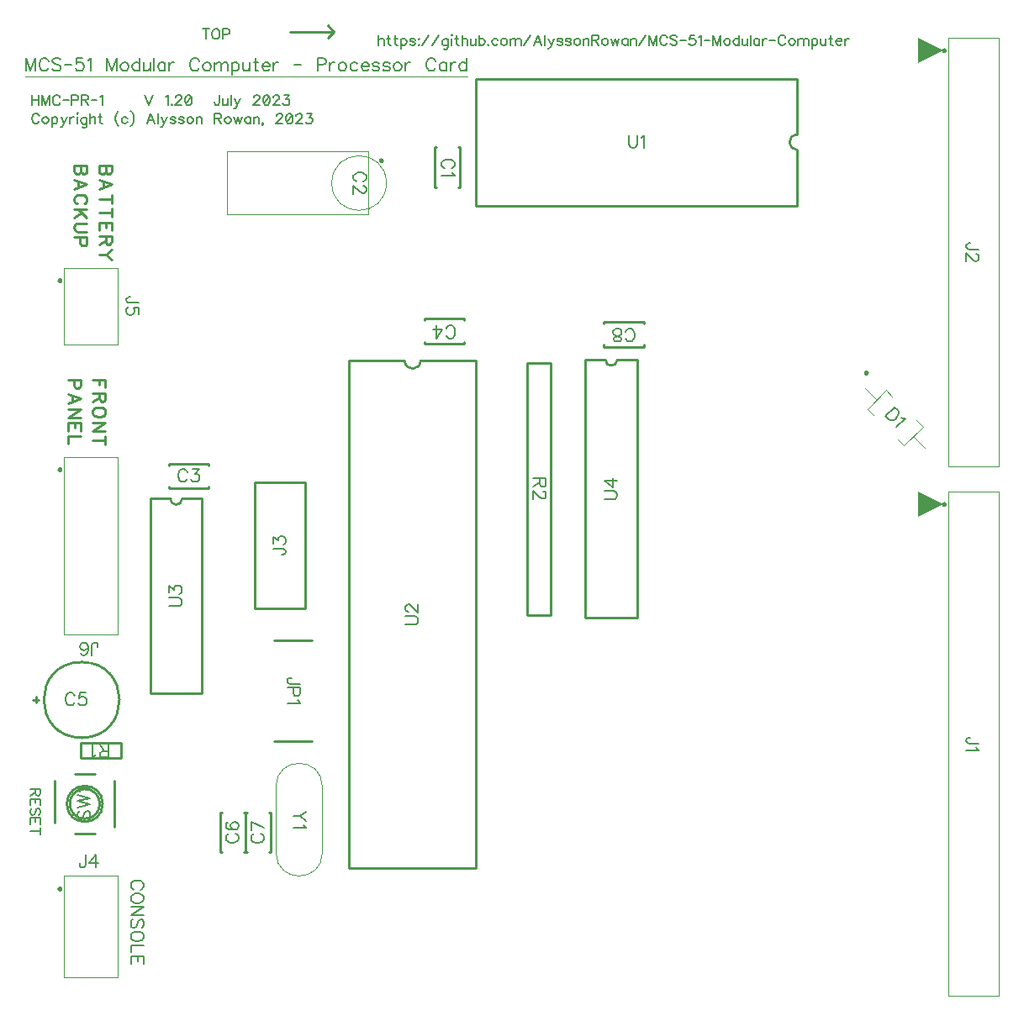
<source format=gbr>
G04 DipTrace 4.3.0.5*
G04 TopSilk.gbr*
%MOMM*%
G04 #@! TF.FileFunction,Legend,Top*
G04 #@! TF.Part,Single*
%ADD10C,0.25*%
%ADD13C,0.12*%
%ADD23C,0.1*%
%ADD84C,0.19608*%
%ADD85C,0.15686*%
%ADD86C,0.27778*%
%FSLAX35Y35*%
G04*
G71*
G90*
G75*
G01*
G04 TopSilk*
%LPD*%
X-5776505Y3724127D2*
D10*
X-5758505D1*
X-5544505Y3724133D2*
X-5526505D1*
X-5544495Y3324373D2*
X-5526495D1*
X-5776495Y3324367D2*
X-5758495D1*
X-5526505Y3724133D2*
X-5526495Y3324373D1*
X-5776505Y3724127D2*
X-5776495Y3324367D1*
X-6815500Y3365500D2*
D13*
G02X-6815500Y3365500I275000J0D01*
G01*
G36*
X-6315646Y3615366D2*
X-6312383Y3615152D1*
X-6309176Y3614514D1*
X-6306079Y3613463D1*
X-6303146Y3612017D1*
X-6300427Y3610200D1*
X-6297969Y3608044D1*
X-6295812Y3605585D1*
X-6293995Y3602866D1*
X-6292549Y3599933D1*
X-6291498Y3596837D1*
X-6290860Y3593630D1*
X-6290646Y3590366D1*
X-6290860Y3587103D1*
X-6291497Y3583896D1*
X-6292549Y3580799D1*
X-6293995Y3577866D1*
X-6295812Y3575147D1*
X-6297968Y3572689D1*
X-6300426Y3570532D1*
X-6303145Y3568715D1*
X-6306078Y3567269D1*
X-6309175Y3566218D1*
X-6312382Y3565580D1*
X-6315645Y3565366D1*
D1*
X-6318908Y3565580D1*
X-6322116Y3566217D1*
X-6325212Y3567269D1*
X-6328145Y3568715D1*
X-6330864Y3570532D1*
X-6333323Y3572688D1*
X-6335479Y3575146D1*
X-6337296Y3577865D1*
X-6338743Y3580798D1*
X-6339794Y3583895D1*
X-6340432Y3587102D1*
X-6340646Y3590365D1*
X-6340432Y3593628D1*
X-6339794Y3596836D1*
X-6338743Y3599932D1*
X-6337297Y3602865D1*
X-6335480Y3605584D1*
X-6333324Y3608043D1*
X-6330865Y3610199D1*
X-6328146Y3612016D1*
X-6325213Y3613463D1*
X-6322117Y3614514D1*
X-6318910Y3615152D1*
X-6315646Y3615366D1*
D1*
G37*
X-8454880Y287750D2*
D10*
Y305750D1*
Y519750D2*
Y537750D1*
X-8055120Y519750D2*
Y537750D1*
Y287750D2*
Y305750D1*
X-8454880Y537750D2*
X-8055120D1*
X-8454880Y287750D2*
X-8055120D1*
X-5483370Y1998250D2*
Y1980250D1*
Y1766250D2*
Y1748250D1*
X-5883130Y1766250D2*
Y1748250D1*
Y1998250D2*
Y1980250D1*
X-5483370Y1748250D2*
X-5883130D1*
X-5483370Y1998250D2*
X-5883130D1*
X-9794520Y-1871523D2*
Y-1811477D1*
X-9824483Y-1841500D2*
X-9764470D1*
X-9334520Y-2222500D2*
X-9334483D1*
G03X-9334483Y-1460500I0J381000D01*
G01*
X-9334520D1*
G03X-9334520Y-2222500I0J-381000D01*
G01*
X-7685500Y-3374880D2*
X-7703500D1*
X-7917500D2*
X-7935500D1*
X-7917500Y-2975120D2*
X-7935500D1*
X-7685500D2*
X-7703500D1*
X-7935500Y-3374880D2*
Y-2975120D1*
X-7685500Y-3374880D2*
Y-2975120D1*
X-7431500Y-3374880D2*
X-7449500D1*
X-7663500D2*
X-7681500D1*
X-7663500Y-2975120D2*
X-7681500D1*
X-7431500D2*
X-7449500D1*
X-7681500Y-3374880D2*
Y-2975120D1*
X-7431500Y-3374880D2*
Y-2975120D1*
X-3673620Y1966500D2*
Y1948500D1*
Y1734500D2*
Y1716500D1*
X-4073380Y1734500D2*
Y1716500D1*
Y1966500D2*
Y1948500D1*
X-3673620Y1716500D2*
X-4073380D1*
X-3673620Y1966500D2*
X-4073380D1*
X-1169870Y1217916D2*
D13*
X-1231388Y1279434D1*
X-1422307Y1088515D1*
X-1360789Y1026997D1*
X-925211Y973257D2*
X-863693Y911738D1*
X-1054612Y720819D1*
X-1116130Y782338D1*
X-1444935Y1302061D2*
X-1326848Y1183974D1*
X-959152Y816279D2*
X-841065Y698192D1*
G36*
X-1448470Y1471060D2*
X-1446011Y1473216D1*
X-1443292Y1475033D1*
X-1440360Y1476479D1*
X-1437263Y1477530D1*
X-1434056Y1478168D1*
X-1430792Y1478382D1*
X-1427529Y1478168D1*
X-1424322Y1477530D1*
X-1421225Y1476479D1*
X-1418292Y1475033D1*
X-1415573Y1473216D1*
X-1413115Y1471060D1*
X-1410959Y1468601D1*
X-1409142Y1465882D1*
X-1407695Y1462949D1*
X-1406644Y1459853D1*
X-1406006Y1456645D1*
X-1405792Y1453382D1*
X-1406006Y1450119D1*
X-1406644Y1446912D1*
X-1407695Y1443815D1*
X-1409142Y1440882D1*
X-1410959Y1438163D1*
X-1413115Y1435704D1*
D1*
X-1415573Y1433548D1*
X-1418292Y1431731D1*
X-1421225Y1430285D1*
X-1424322Y1429234D1*
X-1427529Y1428596D1*
X-1430792Y1428382D1*
X-1434056Y1428596D1*
X-1437263Y1429234D1*
X-1440360Y1430285D1*
X-1443292Y1431731D1*
X-1446011Y1433548D1*
X-1448470Y1435704D1*
X-1450626Y1438163D1*
X-1452443Y1440882D1*
X-1453889Y1443815D1*
X-1454941Y1446912D1*
X-1455579Y1450119D1*
X-1455792Y1453382D1*
X-1455579Y1456645D1*
X-1454941Y1459853D1*
X-1453889Y1462949D1*
X-1452443Y1465882D1*
X-1450626Y1468601D1*
X-1448470Y1471060D1*
D1*
G37*
X-95250Y254000D2*
D13*
X-603250D1*
Y-4826000D1*
X-95250D1*
Y254000D1*
G36*
X-646250Y152000D2*
X-642987Y151786D1*
X-639780Y151148D1*
X-636683Y150097D1*
X-633750Y148651D1*
X-631031Y146834D1*
X-628572Y144678D1*
X-626416Y142219D1*
X-624599Y139500D1*
X-623153Y136567D1*
X-622102Y133470D1*
X-621464Y130263D1*
X-621250Y127000D1*
X-621464Y123737D1*
X-622102Y120530D1*
X-623153Y117433D1*
X-624599Y114500D1*
X-626416Y111781D1*
X-628572Y109322D1*
X-631031Y107166D1*
X-633750Y105349D1*
X-636683Y103903D1*
X-639780Y102852D1*
X-642987Y102214D1*
X-646250Y102000D1*
D1*
X-649513Y102214D1*
X-652720Y102852D1*
X-655817Y103903D1*
X-658750Y105349D1*
X-661469Y107166D1*
X-663928Y109322D1*
X-666084Y111781D1*
X-667901Y114500D1*
X-669347Y117433D1*
X-670398Y120530D1*
X-671036Y123737D1*
X-671250Y127000D1*
X-671036Y130263D1*
X-670398Y133470D1*
X-669347Y136567D1*
X-667901Y139500D1*
X-666084Y142219D1*
X-663928Y144678D1*
X-661469Y146834D1*
X-658750Y148651D1*
X-655817Y150097D1*
X-652720Y151148D1*
X-649513Y151786D1*
X-646250Y152000D1*
D1*
G37*
X-95250Y4826000D2*
D13*
X-603250D1*
Y508000D1*
X-95250D1*
Y4826000D1*
G36*
X-646250Y4724000D2*
X-642987Y4723786D1*
X-639780Y4723148D1*
X-636683Y4722097D1*
X-633750Y4720651D1*
X-631031Y4718834D1*
X-628572Y4716678D1*
X-626416Y4714219D1*
X-624599Y4711500D1*
X-623153Y4708567D1*
X-622102Y4705470D1*
X-621464Y4702263D1*
X-621250Y4699000D1*
X-621464Y4695737D1*
X-622102Y4692530D1*
X-623153Y4689433D1*
X-624599Y4686500D1*
X-626416Y4683781D1*
X-628572Y4681322D1*
X-631031Y4679166D1*
X-633750Y4677349D1*
X-636683Y4675903D1*
X-639780Y4674852D1*
X-642987Y4674214D1*
X-646250Y4674000D1*
D1*
X-649513Y4674214D1*
X-652720Y4674852D1*
X-655817Y4675903D1*
X-658750Y4677349D1*
X-661469Y4679166D1*
X-663928Y4681322D1*
X-666084Y4683781D1*
X-667901Y4686500D1*
X-669347Y4689433D1*
X-670398Y4692530D1*
X-671036Y4695737D1*
X-671250Y4699000D1*
X-671036Y4702263D1*
X-670398Y4705470D1*
X-669347Y4708567D1*
X-667901Y4711500D1*
X-666084Y4714219D1*
X-663928Y4716678D1*
X-661469Y4718834D1*
X-658750Y4720651D1*
X-655817Y4722097D1*
X-652720Y4723148D1*
X-649513Y4723786D1*
X-646250Y4724000D1*
D1*
G37*
X-7588238Y-920755D2*
D10*
X-7080238Y-920745D1*
X-7080262Y349255D1*
X-7588262Y349245D1*
X-7588238Y-920755D1*
X-8969250Y-3614500D2*
D13*
X-9509250D1*
Y-4640500D1*
X-8969250D1*
Y-3614500D1*
G36*
X-9552250Y-3721500D2*
X-9548987Y-3721714D1*
X-9545780Y-3722352D1*
X-9542683Y-3723403D1*
X-9539750Y-3724849D1*
X-9537031Y-3726666D1*
X-9534572Y-3728822D1*
X-9532416Y-3731281D1*
X-9530599Y-3734000D1*
X-9529153Y-3736933D1*
X-9528102Y-3740030D1*
X-9527464Y-3743237D1*
X-9527250Y-3746500D1*
X-9527464Y-3749763D1*
X-9528102Y-3752970D1*
X-9529153Y-3756067D1*
X-9530599Y-3759000D1*
X-9532416Y-3761719D1*
X-9534572Y-3764178D1*
X-9537031Y-3766334D1*
X-9539750Y-3768151D1*
X-9542683Y-3769597D1*
X-9545780Y-3770648D1*
X-9548987Y-3771286D1*
X-9552250Y-3771500D1*
D1*
X-9555513Y-3771286D1*
X-9558720Y-3770648D1*
X-9561817Y-3769597D1*
X-9564750Y-3768151D1*
X-9567469Y-3766334D1*
X-9569928Y-3764178D1*
X-9572084Y-3761719D1*
X-9573901Y-3759000D1*
X-9575347Y-3756067D1*
X-9576398Y-3752970D1*
X-9577036Y-3749763D1*
X-9577250Y-3746500D1*
X-9577036Y-3743237D1*
X-9576398Y-3740030D1*
X-9575347Y-3736933D1*
X-9573901Y-3734000D1*
X-9572084Y-3731281D1*
X-9569928Y-3728822D1*
X-9567469Y-3726666D1*
X-9564750Y-3724849D1*
X-9561817Y-3723403D1*
X-9558720Y-3722352D1*
X-9555513Y-3721714D1*
X-9552250Y-3721500D1*
D1*
G37*
X-8969250Y608250D2*
D13*
X-9509250D1*
Y-1179750D1*
X-8969250D1*
Y608250D1*
G36*
X-9552250Y501250D2*
X-9548987Y501036D1*
X-9545780Y500398D1*
X-9542683Y499347D1*
X-9539750Y497901D1*
X-9537031Y496084D1*
X-9534572Y493928D1*
X-9532416Y491469D1*
X-9530599Y488750D1*
X-9529153Y485817D1*
X-9528102Y482720D1*
X-9527464Y479513D1*
X-9527250Y476250D1*
X-9527464Y472987D1*
X-9528102Y469780D1*
X-9529153Y466683D1*
X-9530599Y463750D1*
X-9532416Y461031D1*
X-9534572Y458572D1*
X-9537031Y456416D1*
X-9539750Y454599D1*
X-9542683Y453153D1*
X-9545780Y452102D1*
X-9548987Y451464D1*
X-9552250Y451250D1*
D1*
X-9555513Y451464D1*
X-9558720Y452102D1*
X-9561817Y453153D1*
X-9564750Y454599D1*
X-9567469Y456416D1*
X-9569928Y458572D1*
X-9572084Y461031D1*
X-9573901Y463750D1*
X-9575347Y466683D1*
X-9576398Y469780D1*
X-9577036Y472987D1*
X-9577250Y476250D1*
X-9577036Y479513D1*
X-9576398Y482720D1*
X-9575347Y485817D1*
X-9573901Y488750D1*
X-9572084Y491469D1*
X-9569928Y493928D1*
X-9567469Y496084D1*
X-9564750Y497901D1*
X-9561817Y499347D1*
X-9558720Y500398D1*
X-9555513Y501036D1*
X-9552250Y501250D1*
D1*
G37*
X-7016763Y-1238245D2*
D10*
X-7397763Y-1238255D1*
X-7016737Y-2254245D2*
X-7397737Y-2254255D1*
X-9347582Y-2273304D2*
X-9347578Y-2425704D1*
X-8940422Y-2273296D2*
X-9347582Y-2273304D1*
X-8940422Y-2273296D2*
X-8940418Y-2425696D1*
X-9347578Y-2425704D1*
X-4610750Y1555750D2*
X-4850750D1*
Y-984250D1*
X-4610750D1*
Y1555750D1*
X-9482740Y-2889250D2*
G02X-9482740Y-2889250I179990J0D01*
G01*
X-9002733Y-3119260D2*
Y-2659240D1*
X-9202683Y-2589213D2*
X-9402757D1*
X-9602767Y-2659240D2*
Y-3079243D1*
X-9402757Y-3189287D2*
X-9202683D1*
X-9302750Y-3039227D2*
X-9302687D1*
G03X-9302687Y-2739273I0J149977D01*
G01*
X-9302750D1*
G03X-9302750Y-3039227I0J-149977D01*
G01*
X-2126500Y3138280D2*
X-5366500D1*
X-2126500Y4418220D2*
X-5366500D1*
Y3138280D2*
Y4418220D1*
X-2126500D2*
Y3858267D1*
Y3138280D2*
Y3698233D1*
Y3858267D2*
G03X-2126500Y3698233I-10J-80017D01*
G01*
X-6640795Y1565511D2*
X-6640645Y-3534269D1*
X-5360705Y-3534231D1*
X-5360855Y1565549D2*
X-5360705Y-3534231D1*
X-6640795Y1575731D2*
X-6080842Y1575748D1*
X-5360855Y1575769D2*
X-5920808Y1575752D1*
X-6080842Y1575748D2*
G03X-5920808Y1575752I80017J303D01*
G01*
X-8121990Y186250D2*
Y-1773750D1*
X-8642010D2*
X-8121990D1*
X-8642010Y186250D2*
Y-1773750D1*
Y186250D2*
X-8442010D1*
X-8121990D2*
X-8321990D1*
X-8442010D2*
G03X-8321990Y186250I60010J33D01*
G01*
X-3740490Y1585750D2*
Y-1014250D1*
X-4260510D2*
X-3740490D1*
X-4260510Y1585750D2*
Y-1014250D1*
Y1585750D2*
X-4060510D1*
X-3740490D2*
X-3940490D1*
X-4060510D2*
G03X-3940490Y1585750I60010J210D01*
G01*
X-6910750Y-2713000D2*
D13*
Y-3383000D1*
X-7376750Y-2713000D2*
Y-3383000D1*
X-6910750Y-2713000D2*
G03X-7376750Y-2713000I-233000J0D01*
G01*
X-6910750Y-3383000D2*
G02X-7376750Y-3383000I-233000J0D01*
G01*
X-8969250Y2513250D2*
X-9509250D1*
Y1741250D1*
X-8969250D1*
Y2513250D1*
G36*
X-9552250Y2406250D2*
X-9548987Y2406036D1*
X-9545780Y2405398D1*
X-9542683Y2404347D1*
X-9539750Y2402901D1*
X-9537031Y2401084D1*
X-9534572Y2398928D1*
X-9532416Y2396469D1*
X-9530599Y2393750D1*
X-9529153Y2390817D1*
X-9528102Y2387720D1*
X-9527464Y2384513D1*
X-9527250Y2381250D1*
X-9527464Y2377987D1*
X-9528102Y2374780D1*
X-9529153Y2371683D1*
X-9530599Y2368750D1*
X-9532416Y2366031D1*
X-9534572Y2363572D1*
X-9537031Y2361416D1*
X-9539750Y2359599D1*
X-9542683Y2358153D1*
X-9545780Y2357102D1*
X-9548987Y2356464D1*
X-9552250Y2356250D1*
D1*
X-9555513Y2356464D1*
X-9558720Y2357102D1*
X-9561817Y2358153D1*
X-9564750Y2359599D1*
X-9567469Y2361416D1*
X-9569928Y2363572D1*
X-9572084Y2366031D1*
X-9573901Y2368750D1*
X-9575347Y2371683D1*
X-9576398Y2374780D1*
X-9577036Y2377987D1*
X-9577250Y2381250D1*
X-9577036Y2384513D1*
X-9576398Y2387720D1*
X-9575347Y2390817D1*
X-9573901Y2393750D1*
X-9572084Y2396469D1*
X-9569928Y2398928D1*
X-9567469Y2401084D1*
X-9564750Y2402901D1*
X-9561817Y2404347D1*
X-9558720Y2405398D1*
X-9555513Y2406036D1*
X-9552250Y2406250D1*
D1*
G37*
G36*
X-658620Y4699623D2*
X-912620Y4826623D1*
Y4572627D1*
D1*
X-658620Y4699623D1*
G37*
G36*
Y127623D2*
X-912620Y254623D1*
Y627D1*
D1*
X-658620Y127623D1*
G37*
X-7239000Y4889500D2*
D10*
X-6794500D1*
X-6858000Y4953000D1*
X-6794500Y4889500D2*
X-6858000Y4826000D1*
X-9906000Y4438187D2*
D23*
X-5449617D1*
X-7874000Y3683000D2*
X-6445250D1*
Y3048000D1*
X-7874000D1*
Y3683000D1*
X-8086128Y4918540D2*
D85*
Y4816452D1*
X-8120157Y4918540D2*
X-8052098D1*
X-7991526D2*
X-8001297Y4913711D1*
X-8010955Y4903940D1*
X-8015897Y4894281D1*
X-8020726Y4879681D1*
Y4855311D1*
X-8015897Y4840823D1*
X-8010955Y4831052D1*
X-8001297Y4821394D1*
X-7991526Y4816452D1*
X-7972097D1*
X-7962438Y4821394D1*
X-7952667Y4831052D1*
X-7947838Y4840823D1*
X-7943009Y4855311D1*
Y4879681D1*
X-7947838Y4894281D1*
X-7952667Y4903940D1*
X-7962438Y4913711D1*
X-7972097Y4918540D1*
X-7991526D1*
X-7911636Y4865081D2*
X-7867836D1*
X-7853349Y4869911D1*
X-7848407Y4874852D1*
X-7843578Y4884511D1*
Y4899111D1*
X-7848407Y4908769D1*
X-7853349Y4913711D1*
X-7867836Y4918540D1*
X-7911636D1*
Y4816452D1*
X-8741148Y-3752164D2*
D84*
X-8729075Y-3746127D1*
X-8716862Y-3733914D1*
X-8710825Y-3721840D1*
Y-3697554D1*
X-8716862Y-3685340D1*
X-8729075Y-3673267D1*
X-8741148Y-3667090D1*
X-8759398Y-3661054D1*
X-8789862D1*
X-8807971Y-3667090D1*
X-8820185Y-3673267D1*
X-8832258Y-3685340D1*
X-8838435Y-3697554D1*
Y-3721840D1*
X-8832258Y-3733914D1*
X-8820185Y-3746127D1*
X-8807971Y-3752164D1*
X-8710825Y-3827879D2*
X-8716862Y-3815666D1*
X-8729075Y-3803593D1*
X-8741148Y-3797416D1*
X-8759398Y-3791379D1*
X-8789862D1*
X-8807971Y-3797416D1*
X-8820185Y-3803593D1*
X-8832258Y-3815666D1*
X-8838435Y-3827879D1*
Y-3852166D1*
X-8832258Y-3864239D1*
X-8820185Y-3876452D1*
X-8807971Y-3882489D1*
X-8789862Y-3888525D1*
X-8759398D1*
X-8741148Y-3882489D1*
X-8729075Y-3876452D1*
X-8716862Y-3864239D1*
X-8710825Y-3852166D1*
Y-3827879D1*
Y-4012814D2*
X-8838435D1*
X-8710825Y-3927741D1*
X-8838435D1*
X-8729075Y-4137103D2*
X-8716862Y-4125030D1*
X-8710825Y-4106780D1*
Y-4082493D1*
X-8716862Y-4064243D1*
X-8729075Y-4052030D1*
X-8741148D1*
X-8753362Y-4058207D1*
X-8759398Y-4064243D1*
X-8765435Y-4076316D1*
X-8777648Y-4112816D1*
X-8783685Y-4125030D1*
X-8789862Y-4131066D1*
X-8801935Y-4137103D1*
X-8820185D1*
X-8832258Y-4125030D1*
X-8838435Y-4106780D1*
Y-4082493D1*
X-8832258Y-4064243D1*
X-8820185Y-4052030D1*
X-8710825Y-4212819D2*
X-8716862Y-4200605D1*
X-8729075Y-4188532D1*
X-8741148Y-4182355D1*
X-8759398Y-4176319D1*
X-8789862D1*
X-8807971Y-4182355D1*
X-8820185Y-4188532D1*
X-8832258Y-4200605D1*
X-8838435Y-4212819D1*
Y-4237105D1*
X-8832258Y-4249178D1*
X-8820185Y-4261392D1*
X-8807971Y-4267428D1*
X-8789862Y-4273465D1*
X-8759398D1*
X-8741148Y-4267428D1*
X-8729075Y-4261392D1*
X-8716862Y-4249178D1*
X-8710825Y-4237105D1*
Y-4212819D1*
Y-4312680D2*
X-8838435D1*
Y-4385540D1*
X-8710825Y-4503652D2*
Y-4424756D1*
X-8838435D1*
Y-4503652D1*
X-8771612Y-4424756D2*
Y-4473329D1*
X-9798589Y-2738343D2*
D85*
Y-2782031D1*
X-9793648Y-2796631D1*
X-9788819Y-2801572D1*
X-9779160Y-2806402D1*
X-9769389D1*
X-9759731Y-2801572D1*
X-9754789Y-2796631D1*
X-9749960Y-2782031D1*
Y-2738343D1*
X-9852048D1*
X-9798589Y-2772372D2*
X-9852048Y-2806402D1*
X-9749960Y-2900891D2*
Y-2837774D1*
X-9852048D1*
Y-2900891D1*
X-9798589Y-2837774D2*
Y-2876633D1*
X-9764560Y-3000322D2*
X-9754789Y-2990664D1*
X-9749960Y-2976064D1*
Y-2956634D1*
X-9754789Y-2942034D1*
X-9764560Y-2932264D1*
X-9774219D1*
X-9783989Y-2937205D1*
X-9788819Y-2942034D1*
X-9793648Y-2951693D1*
X-9803419Y-2980893D1*
X-9808248Y-2990664D1*
X-9813189Y-2995493D1*
X-9822848Y-3000322D1*
X-9837448D1*
X-9847106Y-2990664D1*
X-9852048Y-2976064D1*
Y-2956634D1*
X-9847106Y-2942034D1*
X-9837448Y-2932264D1*
X-9749960Y-3094812D2*
Y-3031695D1*
X-9852048D1*
Y-3094812D1*
X-9798589Y-3031695D2*
Y-3070553D1*
X-9749960Y-3160213D2*
X-9852048D1*
X-9749960Y-3126184D2*
Y-3194243D1*
X-9095910Y1304075D2*
D86*
Y1383111D1*
X-9223520D1*
X-9156697D2*
Y1334538D1*
Y1248519D2*
Y1193909D1*
X-9150520Y1175659D1*
X-9144483Y1169482D1*
X-9132410Y1163446D1*
X-9120197D1*
X-9108124Y1169482D1*
X-9101947Y1175659D1*
X-9095910Y1193909D1*
Y1248519D1*
X-9223520D1*
X-9156697Y1205982D2*
X-9223520Y1163446D1*
X-9095910Y1071390D2*
X-9101947Y1083604D1*
X-9114160Y1095677D1*
X-9126233Y1101854D1*
X-9144483Y1107890D1*
X-9174947D1*
X-9193056Y1101854D1*
X-9205270Y1095677D1*
X-9217343Y1083604D1*
X-9223520Y1071390D1*
Y1047104D1*
X-9217343Y1035031D1*
X-9205270Y1022817D1*
X-9193056Y1016781D1*
X-9174947Y1010744D1*
X-9144483D1*
X-9126233Y1016781D1*
X-9114160Y1022817D1*
X-9101947Y1035031D1*
X-9095910Y1047104D1*
Y1071390D1*
Y870116D2*
X-9223520D1*
X-9095910Y955189D1*
X-9223520D1*
X-9095910Y772024D2*
X-9223520D1*
X-9095910Y814560D2*
Y729487D1*
X-9411925Y1383111D2*
Y1328361D1*
X-9405889Y1310251D1*
X-9399712Y1304075D1*
X-9387639Y1298038D1*
X-9369389D1*
X-9357316Y1304075D1*
X-9351139Y1310251D1*
X-9345102Y1328361D1*
Y1383111D1*
X-9472712D1*
Y1145196D2*
X-9345102Y1193909D1*
X-9472712Y1242482D1*
X-9430175Y1224232D2*
Y1163446D1*
X-9345102Y1004567D2*
X-9472712D1*
X-9345102Y1089640D1*
X-9472712D1*
X-9345102Y870116D2*
Y949012D1*
X-9472712D1*
Y870116D1*
X-9405889Y949012D2*
Y900439D1*
X-9345102Y814560D2*
X-9472712D1*
Y741700D1*
X-9032410Y3542111D2*
X-9160020D1*
Y3487361D1*
X-9153843Y3469111D1*
X-9147806Y3463075D1*
X-9135733Y3457038D1*
X-9117483D1*
X-9105270Y3463075D1*
X-9099233Y3469111D1*
X-9093197Y3487361D1*
X-9087020Y3469111D1*
X-9080983Y3463075D1*
X-9068910Y3457038D1*
X-9056697D1*
X-9044624Y3463075D1*
X-9038447Y3469111D1*
X-9032410Y3487361D1*
Y3542111D1*
X-9093197D2*
Y3487361D1*
X-9160020Y3304196D2*
X-9032410Y3352909D1*
X-9160020Y3401482D1*
X-9117483Y3383232D2*
Y3322446D1*
X-9032410Y3206104D2*
X-9160020D1*
X-9032410Y3248640D2*
Y3163567D1*
Y3065475D2*
X-9160020D1*
X-9032410Y3108012D2*
Y3022939D1*
Y2888487D2*
Y2967383D1*
X-9160020D1*
Y2888487D1*
X-9093197Y2967383D2*
Y2918810D1*
Y2832931D2*
Y2778322D1*
X-9087020Y2760072D1*
X-9080983Y2753895D1*
X-9068910Y2747858D1*
X-9056697D1*
X-9044624Y2753895D1*
X-9038447Y2760072D1*
X-9032410Y2778322D1*
Y2832931D1*
X-9160020D1*
X-9093197Y2790395D2*
X-9160020Y2747858D1*
X-9032410Y2692303D2*
X-9093197Y2643730D1*
X-9160020D1*
X-9032410Y2595157D2*
X-9093197Y2643730D1*
X-9281602Y3542111D2*
X-9409212D1*
Y3487361D1*
X-9403035Y3469111D1*
X-9396998Y3463075D1*
X-9384925Y3457038D1*
X-9366675D1*
X-9354462Y3463075D1*
X-9348425Y3469111D1*
X-9342389Y3487361D1*
X-9336212Y3469111D1*
X-9330175Y3463075D1*
X-9318102Y3457038D1*
X-9305889D1*
X-9293816Y3463075D1*
X-9287639Y3469111D1*
X-9281602Y3487361D1*
Y3542111D1*
X-9342389D2*
Y3487361D1*
X-9409212Y3304196D2*
X-9281602Y3352909D1*
X-9409212Y3401482D1*
X-9366675Y3383232D2*
Y3322446D1*
X-9311925Y3157531D2*
X-9299852Y3163567D1*
X-9287639Y3175781D1*
X-9281602Y3187854D1*
Y3212140D1*
X-9287639Y3224354D1*
X-9299852Y3236427D1*
X-9311925Y3242604D1*
X-9330175Y3248640D1*
X-9360639D1*
X-9378748Y3242604D1*
X-9390962Y3236427D1*
X-9403035Y3224354D1*
X-9409212Y3212140D1*
Y3187854D1*
X-9403035Y3175781D1*
X-9390962Y3163567D1*
X-9378748Y3157531D1*
X-9281602Y3101975D2*
X-9409212D1*
X-9281602Y3016902D2*
X-9366675Y3101975D1*
X-9336212Y3071652D2*
X-9409212Y3016902D1*
X-9281602Y2961347D2*
X-9372712D1*
X-9390962Y2955310D1*
X-9403035Y2943097D1*
X-9409212Y2924847D1*
Y2912774D1*
X-9403035Y2894524D1*
X-9390962Y2882310D1*
X-9372712Y2876274D1*
X-9281602D1*
X-9348425Y2820718D2*
Y2765968D1*
X-9342389Y2747858D1*
X-9336212Y2741681D1*
X-9324139Y2735645D1*
X-9305889D1*
X-9293816Y2741681D1*
X-9287639Y2747858D1*
X-9281602Y2765968D1*
Y2820718D1*
X-9409212D1*
X-9799050Y4496565D2*
D84*
Y4624175D1*
X-9847623Y4496565D1*
X-9896196Y4624175D1*
Y4496565D1*
X-9668725Y4593852D2*
X-9674761Y4605925D1*
X-9686975Y4618138D1*
X-9699048Y4624175D1*
X-9723334D1*
X-9735548Y4618138D1*
X-9747621Y4605925D1*
X-9753798Y4593852D1*
X-9759834Y4575602D1*
Y4545138D1*
X-9753798Y4527029D1*
X-9747621Y4514815D1*
X-9735548Y4502742D1*
X-9723334Y4496565D1*
X-9699048D1*
X-9686975Y4502742D1*
X-9674761Y4514815D1*
X-9668725Y4527029D1*
X-9544436Y4605925D2*
X-9556509Y4618138D1*
X-9574759Y4624175D1*
X-9599045D1*
X-9617295Y4618138D1*
X-9629509Y4605925D1*
Y4593852D1*
X-9623332Y4581638D1*
X-9617295Y4575602D1*
X-9605222Y4569565D1*
X-9568722Y4557352D1*
X-9556509Y4551315D1*
X-9550472Y4545138D1*
X-9544436Y4533065D1*
Y4514815D1*
X-9556509Y4502742D1*
X-9574759Y4496565D1*
X-9599045D1*
X-9617295Y4502742D1*
X-9629509Y4514815D1*
X-9505220Y4560300D2*
X-9435028D1*
X-9322953Y4624035D2*
X-9383599D1*
X-9389635Y4569425D1*
X-9383599Y4575461D1*
X-9365349Y4581638D1*
X-9347239D1*
X-9328989Y4575461D1*
X-9316776Y4563388D1*
X-9310739Y4545138D1*
Y4533065D1*
X-9316776Y4514815D1*
X-9328989Y4502602D1*
X-9347239Y4496565D1*
X-9365349D1*
X-9383599Y4502602D1*
X-9389635Y4508779D1*
X-9395812Y4520852D1*
X-9271523Y4599748D2*
X-9259310Y4605925D1*
X-9241060Y4624035D1*
Y4496565D1*
X-8981252D2*
Y4624175D1*
X-9029825Y4496565D1*
X-9078398Y4624175D1*
Y4496565D1*
X-8911713Y4581638D2*
X-8923786Y4575602D1*
X-8935999Y4563388D1*
X-8942036Y4545138D1*
Y4533065D1*
X-8935999Y4514815D1*
X-8923786Y4502742D1*
X-8911713Y4496565D1*
X-8893463D1*
X-8881249Y4502742D1*
X-8869176Y4514815D1*
X-8862999Y4533065D1*
Y4545138D1*
X-8869176Y4563388D1*
X-8881249Y4575602D1*
X-8893463Y4581638D1*
X-8911713D1*
X-8750924Y4624175D2*
Y4496565D1*
Y4563388D2*
X-8762997Y4575602D1*
X-8775211Y4581638D1*
X-8793461D1*
X-8805534Y4575602D1*
X-8817747Y4563388D1*
X-8823784Y4545138D1*
Y4533065D1*
X-8817747Y4514815D1*
X-8805534Y4502742D1*
X-8793461Y4496565D1*
X-8775211D1*
X-8762997Y4502742D1*
X-8750924Y4514815D1*
X-8711708Y4581638D2*
Y4520852D1*
X-8705672Y4502742D1*
X-8693458Y4496565D1*
X-8675208D1*
X-8663135Y4502742D1*
X-8644885Y4520852D1*
Y4581638D2*
Y4496565D1*
X-8605670Y4624175D2*
Y4496565D1*
X-8493594Y4581638D2*
Y4496565D1*
Y4563388D2*
X-8505667Y4575602D1*
X-8517881Y4581638D1*
X-8535991D1*
X-8548204Y4575602D1*
X-8560277Y4563388D1*
X-8566454Y4545138D1*
Y4533065D1*
X-8560277Y4514815D1*
X-8548204Y4502742D1*
X-8535991Y4496565D1*
X-8517881D1*
X-8505667Y4502742D1*
X-8493594Y4514815D1*
X-8454379Y4581638D2*
Y4496565D1*
Y4545138D2*
X-8448202Y4563388D1*
X-8436129Y4575602D1*
X-8423915Y4581638D1*
X-8405665D1*
X-8151893Y4593852D2*
X-8157930Y4605925D1*
X-8170143Y4618138D1*
X-8182217Y4624175D1*
X-8206503D1*
X-8218717Y4618138D1*
X-8230790Y4605925D1*
X-8236967Y4593852D1*
X-8243003Y4575602D1*
Y4545138D1*
X-8236967Y4527029D1*
X-8230790Y4514815D1*
X-8218717Y4502742D1*
X-8206503Y4496565D1*
X-8182217D1*
X-8170143Y4502742D1*
X-8157930Y4514815D1*
X-8151893Y4527029D1*
X-8082355Y4581638D2*
X-8094428Y4575602D1*
X-8106641Y4563388D1*
X-8112678Y4545138D1*
Y4533065D1*
X-8106641Y4514815D1*
X-8094428Y4502742D1*
X-8082355Y4496565D1*
X-8064105D1*
X-8051891Y4502742D1*
X-8039818Y4514815D1*
X-8033641Y4533065D1*
Y4545138D1*
X-8039818Y4563388D1*
X-8051891Y4575602D1*
X-8064105Y4581638D1*
X-8082355D1*
X-7994426D2*
Y4496565D1*
Y4557352D2*
X-7976176Y4575602D1*
X-7963962Y4581638D1*
X-7945852D1*
X-7933639Y4575602D1*
X-7927602Y4557352D1*
Y4496565D1*
Y4557352D2*
X-7909352Y4575602D1*
X-7897139Y4581638D1*
X-7879029D1*
X-7866816Y4575602D1*
X-7860639Y4557352D1*
Y4496565D1*
X-7821423Y4581638D2*
Y4454029D1*
Y4563388D2*
X-7809210Y4575461D1*
X-7797137Y4581638D1*
X-7778887D1*
X-7766673Y4575461D1*
X-7754600Y4563388D1*
X-7748423Y4545138D1*
Y4532925D1*
X-7754600Y4514815D1*
X-7766673Y4502602D1*
X-7778887Y4496565D1*
X-7797137D1*
X-7809210Y4502602D1*
X-7821423Y4514815D1*
X-7709208Y4581638D2*
Y4520852D1*
X-7703171Y4502742D1*
X-7690958Y4496565D1*
X-7672708D1*
X-7660635Y4502742D1*
X-7642385Y4520852D1*
Y4581638D2*
Y4496565D1*
X-7584919Y4624175D2*
Y4520852D1*
X-7578882Y4502742D1*
X-7566669Y4496565D1*
X-7554596D1*
X-7603169Y4581638D2*
X-7560632D1*
X-7515380Y4545138D2*
X-7442521D1*
Y4557352D1*
X-7448557Y4569565D1*
X-7454594Y4575602D1*
X-7466807Y4581638D1*
X-7485057D1*
X-7497130Y4575602D1*
X-7509344Y4563388D1*
X-7515380Y4545138D1*
Y4533065D1*
X-7509344Y4514815D1*
X-7497130Y4502742D1*
X-7485057Y4496565D1*
X-7466807D1*
X-7454594Y4502742D1*
X-7442521Y4514815D1*
X-7403305Y4581638D2*
Y4496565D1*
Y4545138D2*
X-7397128Y4563388D1*
X-7385055Y4575602D1*
X-7372841Y4581638D1*
X-7354591D1*
X-7191929Y4560300D2*
X-7121737D1*
X-6959075Y4557352D2*
X-6904325D1*
X-6886215Y4563388D1*
X-6880038Y4569565D1*
X-6874002Y4581638D1*
Y4599888D1*
X-6880038Y4611961D1*
X-6886215Y4618138D1*
X-6904325Y4624175D1*
X-6959075D1*
Y4496565D1*
X-6834786Y4581638D2*
Y4496565D1*
Y4545138D2*
X-6828609Y4563388D1*
X-6816536Y4575602D1*
X-6804323Y4581638D1*
X-6786073D1*
X-6716534D2*
X-6728607Y4575602D1*
X-6740820Y4563388D1*
X-6746857Y4545138D1*
Y4533065D1*
X-6740820Y4514815D1*
X-6728607Y4502742D1*
X-6716534Y4496565D1*
X-6698284D1*
X-6686070Y4502742D1*
X-6673997Y4514815D1*
X-6667820Y4533065D1*
Y4545138D1*
X-6673997Y4563388D1*
X-6686070Y4575602D1*
X-6698284Y4581638D1*
X-6716534D1*
X-6555605Y4563388D2*
X-6567818Y4575602D1*
X-6580032Y4581638D1*
X-6598141D1*
X-6610355Y4575602D1*
X-6622428Y4563388D1*
X-6628605Y4545138D1*
Y4533065D1*
X-6622428Y4514815D1*
X-6610355Y4502742D1*
X-6598141Y4496565D1*
X-6580032D1*
X-6567818Y4502742D1*
X-6555605Y4514815D1*
X-6516389Y4545138D2*
X-6443529D1*
Y4557352D1*
X-6449566Y4569565D1*
X-6455602Y4575602D1*
X-6467816Y4581638D1*
X-6486066D1*
X-6498139Y4575602D1*
X-6510352Y4563388D1*
X-6516389Y4545138D1*
Y4533065D1*
X-6510352Y4514815D1*
X-6498139Y4502742D1*
X-6486066Y4496565D1*
X-6467816D1*
X-6455602Y4502742D1*
X-6443529Y4514815D1*
X-6337491Y4563388D2*
X-6343527Y4575602D1*
X-6361777Y4581638D1*
X-6380027D1*
X-6398277Y4575602D1*
X-6404314Y4563388D1*
X-6398277Y4551315D1*
X-6386064Y4545138D1*
X-6355741Y4539102D1*
X-6343527Y4533065D1*
X-6337491Y4520852D1*
Y4514815D1*
X-6343527Y4502742D1*
X-6361777Y4496565D1*
X-6380027D1*
X-6398277Y4502742D1*
X-6404314Y4514815D1*
X-6231452Y4563388D2*
X-6237488Y4575602D1*
X-6255738Y4581638D1*
X-6273988D1*
X-6292238Y4575602D1*
X-6298275Y4563388D1*
X-6292238Y4551315D1*
X-6280025Y4545138D1*
X-6249702Y4539102D1*
X-6237488Y4533065D1*
X-6231452Y4520852D1*
Y4514815D1*
X-6237488Y4502742D1*
X-6255738Y4496565D1*
X-6273988D1*
X-6292238Y4502742D1*
X-6298275Y4514815D1*
X-6161913Y4581638D2*
X-6173986Y4575602D1*
X-6186200Y4563388D1*
X-6192236Y4545138D1*
Y4533065D1*
X-6186200Y4514815D1*
X-6173986Y4502742D1*
X-6161913Y4496565D1*
X-6143663D1*
X-6131450Y4502742D1*
X-6119377Y4514815D1*
X-6113200Y4533065D1*
Y4545138D1*
X-6119377Y4563388D1*
X-6131450Y4575602D1*
X-6143663Y4581638D1*
X-6161913D1*
X-6073984D2*
Y4496565D1*
Y4545138D2*
X-6067807Y4563388D1*
X-6055734Y4575602D1*
X-6043520Y4581638D1*
X-6025270D1*
X-5771499Y4593852D2*
X-5777535Y4605925D1*
X-5789749Y4618138D1*
X-5801822Y4624175D1*
X-5826108D1*
X-5838322Y4618138D1*
X-5850395Y4605925D1*
X-5856572Y4593852D1*
X-5862608Y4575602D1*
Y4545138D1*
X-5856572Y4527029D1*
X-5850395Y4514815D1*
X-5838322Y4502742D1*
X-5826108Y4496565D1*
X-5801822D1*
X-5789749Y4502742D1*
X-5777535Y4514815D1*
X-5771499Y4527029D1*
X-5659423Y4581638D2*
Y4496565D1*
Y4563388D2*
X-5671496Y4575602D1*
X-5683710Y4581638D1*
X-5701820D1*
X-5714033Y4575602D1*
X-5726106Y4563388D1*
X-5732283Y4545138D1*
Y4533065D1*
X-5726106Y4514815D1*
X-5714033Y4502742D1*
X-5701820Y4496565D1*
X-5683710D1*
X-5671496Y4502742D1*
X-5659423Y4514815D1*
X-5620208Y4581638D2*
Y4496565D1*
Y4545138D2*
X-5614031Y4563388D1*
X-5601958Y4575602D1*
X-5589744Y4581638D1*
X-5571494D1*
X-5459419Y4624175D2*
Y4496565D1*
Y4563388D2*
X-5471492Y4575602D1*
X-5483705Y4581638D1*
X-5501955D1*
X-5514029Y4575602D1*
X-5526242Y4563388D1*
X-5532279Y4545138D1*
Y4533065D1*
X-5526242Y4514815D1*
X-5514029Y4502742D1*
X-5501955Y4496565D1*
X-5483705D1*
X-5471492Y4502742D1*
X-5459419Y4514815D1*
X-9834657Y4251790D2*
D85*
Y4149702D1*
X-9766598Y4251790D2*
Y4149702D1*
X-9834657Y4203161D2*
X-9766598D1*
X-9657509Y4149702D2*
Y4251790D1*
X-9696367Y4149702D1*
X-9735226Y4251790D1*
Y4149702D1*
X-9553249Y4227531D2*
X-9558078Y4237190D1*
X-9567849Y4246961D1*
X-9577507Y4251790D1*
X-9596936D1*
X-9606707Y4246961D1*
X-9616366Y4237190D1*
X-9621307Y4227531D1*
X-9626136Y4212931D1*
Y4188561D1*
X-9621307Y4174073D1*
X-9616366Y4164302D1*
X-9606707Y4154644D1*
X-9596936Y4149702D1*
X-9577507D1*
X-9567849Y4154644D1*
X-9558078Y4164302D1*
X-9553249Y4174073D1*
X-9521876Y4200690D2*
X-9465722D1*
X-9434350Y4198331D2*
X-9390550D1*
X-9376062Y4203161D1*
X-9371121Y4208102D1*
X-9366291Y4217761D1*
Y4232361D1*
X-9371121Y4242019D1*
X-9376062Y4246961D1*
X-9390550Y4251790D1*
X-9434350D1*
Y4149702D1*
X-9334919Y4203161D2*
X-9291231D1*
X-9276631Y4208102D1*
X-9271690Y4212931D1*
X-9266860Y4222590D1*
Y4232361D1*
X-9271690Y4242019D1*
X-9276631Y4246961D1*
X-9291231Y4251790D1*
X-9334919D1*
Y4149702D1*
X-9300890Y4203161D2*
X-9266860Y4149702D1*
X-9235488Y4200690D2*
X-9179334D1*
X-9147961Y4232248D2*
X-9138191Y4237190D1*
X-9123591Y4251678D1*
Y4149702D1*
X-8697189Y4251790D2*
X-8658331Y4149702D1*
X-8619472Y4251790D1*
X-8489343Y4232248D2*
X-8479572Y4237190D1*
X-8464972Y4251678D1*
Y4149702D1*
X-8428770Y4159473D2*
X-8433599Y4154531D1*
X-8428770Y4149702D1*
X-8423829Y4154531D1*
X-8428770Y4159473D1*
X-8387515Y4227419D2*
Y4232248D1*
X-8382685Y4242019D1*
X-8377856Y4246848D1*
X-8368085Y4251678D1*
X-8348656D1*
X-8338998Y4246848D1*
X-8334168Y4242019D1*
X-8329227Y4232248D1*
Y4222590D1*
X-8334168Y4212819D1*
X-8343827Y4198331D1*
X-8392456Y4149702D1*
X-8324398D1*
X-8263825Y4251678D2*
X-8278425Y4246848D1*
X-8288196Y4232248D1*
X-8293025Y4207990D1*
Y4193390D1*
X-8288196Y4169131D1*
X-8278425Y4154531D1*
X-8263825Y4149702D1*
X-8254167D1*
X-8239567Y4154531D1*
X-8229908Y4169131D1*
X-8224967Y4193390D1*
Y4207990D1*
X-8229908Y4232248D1*
X-8239567Y4246848D1*
X-8254167Y4251678D1*
X-8263825D1*
X-8229908Y4232248D2*
X-8288196Y4169131D1*
X-7947450Y4251790D2*
Y4174073D1*
X-7952280Y4159473D1*
X-7957221Y4154644D1*
X-7966880Y4149702D1*
X-7976650D1*
X-7986309Y4154644D1*
X-7991138Y4159473D1*
X-7996080Y4174073D1*
Y4183731D1*
X-7916078Y4217761D2*
Y4169131D1*
X-7911249Y4154644D1*
X-7901478Y4149702D1*
X-7886878D1*
X-7877219Y4154644D1*
X-7862619Y4169131D1*
Y4217761D2*
Y4149702D1*
X-7831247Y4251790D2*
Y4149702D1*
X-7794933Y4217761D2*
X-7765845Y4149702D1*
X-7775504Y4130273D1*
X-7785274Y4120502D1*
X-7794933Y4115673D1*
X-7799874D1*
X-7736645Y4217761D2*
X-7765845Y4149702D1*
X-7601574Y4227419D2*
Y4232248D1*
X-7596745Y4242019D1*
X-7591915Y4246848D1*
X-7582145Y4251678D1*
X-7562715D1*
X-7553057Y4246848D1*
X-7548228Y4242019D1*
X-7543286Y4232248D1*
Y4222590D1*
X-7548228Y4212819D1*
X-7557886Y4198331D1*
X-7606515Y4149702D1*
X-7538457D1*
X-7477884Y4251678D2*
X-7492484Y4246848D1*
X-7502255Y4232248D1*
X-7507084Y4207990D1*
Y4193390D1*
X-7502255Y4169131D1*
X-7492484Y4154531D1*
X-7477884Y4149702D1*
X-7468226D1*
X-7453626Y4154531D1*
X-7443968Y4169131D1*
X-7439026Y4193390D1*
Y4207990D1*
X-7443968Y4232248D1*
X-7453626Y4246848D1*
X-7468226Y4251678D1*
X-7477884D1*
X-7443968Y4232248D2*
X-7502255Y4169131D1*
X-7402712Y4227419D2*
Y4232248D1*
X-7397883Y4242019D1*
X-7393053Y4246848D1*
X-7383283Y4251678D1*
X-7363853D1*
X-7354195Y4246848D1*
X-7349366Y4242019D1*
X-7344424Y4232248D1*
Y4222590D1*
X-7349366Y4212819D1*
X-7359024Y4198331D1*
X-7407653Y4149702D1*
X-7339595D1*
X-7298452Y4251678D2*
X-7245105D1*
X-7274193Y4212819D1*
X-7259593D1*
X-7249935Y4207990D1*
X-7245105Y4203161D1*
X-7240164Y4188561D1*
Y4178902D1*
X-7245105Y4164302D1*
X-7254764Y4154531D1*
X-7269364Y4149702D1*
X-7283964D1*
X-7298452Y4154531D1*
X-7303281Y4159473D1*
X-7308222Y4169131D1*
X-9761769Y4042557D2*
X-9766598Y4052215D1*
X-9776369Y4061986D1*
X-9786028Y4066815D1*
X-9805457D1*
X-9815228Y4061986D1*
X-9824886Y4052215D1*
X-9829828Y4042557D1*
X-9834657Y4027957D1*
Y4003586D1*
X-9829828Y3989098D1*
X-9824886Y3979328D1*
X-9815228Y3969669D1*
X-9805457Y3964728D1*
X-9786028D1*
X-9776369Y3969669D1*
X-9766598Y3979328D1*
X-9761769Y3989098D1*
X-9706138Y4032786D2*
X-9715797Y4027957D1*
X-9725567Y4018186D1*
X-9730397Y4003586D1*
Y3993928D1*
X-9725567Y3979328D1*
X-9715797Y3969669D1*
X-9706138Y3964728D1*
X-9691538D1*
X-9681767Y3969669D1*
X-9672109Y3979328D1*
X-9667167Y3993928D1*
Y4003586D1*
X-9672109Y4018186D1*
X-9681767Y4027957D1*
X-9691538Y4032786D1*
X-9706138D1*
X-9635795D2*
Y3930698D1*
Y4018186D2*
X-9626024Y4027845D1*
X-9616366Y4032786D1*
X-9601766D1*
X-9591995Y4027845D1*
X-9582336Y4018186D1*
X-9577395Y4003586D1*
Y3993815D1*
X-9582336Y3979328D1*
X-9591995Y3969557D1*
X-9601766Y3964728D1*
X-9616366D1*
X-9626024Y3969557D1*
X-9635795Y3979328D1*
X-9541081Y4032786D2*
X-9511993Y3964728D1*
X-9521652Y3945298D1*
X-9531422Y3935528D1*
X-9541081Y3930698D1*
X-9546022D1*
X-9482793Y4032786D2*
X-9511993Y3964728D1*
X-9451421Y4032786D2*
Y3964728D1*
Y4003586D2*
X-9446479Y4018186D1*
X-9436821Y4027957D1*
X-9427050Y4032786D1*
X-9412450D1*
X-9381077Y4066815D2*
X-9376248Y4061986D1*
X-9371306Y4066815D1*
X-9376248Y4071757D1*
X-9381077Y4066815D1*
X-9376248Y4032786D2*
Y3964728D1*
X-9281646Y4027957D2*
Y3950128D1*
X-9286475Y3935640D1*
X-9291305Y3930698D1*
X-9301075Y3925869D1*
X-9315675D1*
X-9325334Y3930698D1*
X-9281646Y4013357D2*
X-9291305Y4023015D1*
X-9301075Y4027957D1*
X-9315675D1*
X-9325334Y4023015D1*
X-9335105Y4013357D1*
X-9339934Y3998757D1*
Y3988986D1*
X-9335105Y3974498D1*
X-9325334Y3964728D1*
X-9315675Y3959898D1*
X-9301075D1*
X-9291305Y3964728D1*
X-9281646Y3974498D1*
X-9250274Y4066815D2*
Y3964728D1*
Y4013357D2*
X-9235674Y4027957D1*
X-9225903Y4032786D1*
X-9211303D1*
X-9201644Y4027957D1*
X-9196815Y4013357D1*
Y3964728D1*
X-9150843Y4066815D2*
Y3984157D1*
X-9146013Y3969669D1*
X-9136243Y3964728D1*
X-9126584D1*
X-9165443Y4032786D2*
X-9131413D1*
X-8962425Y4093432D2*
X-8972196Y4083774D1*
X-8981854Y4069174D1*
X-8991625Y4049745D1*
X-8996454Y4025374D1*
Y4005945D1*
X-8991625Y3981686D1*
X-8981854Y3962257D1*
X-8972196Y3947657D1*
X-8962425Y3937998D1*
X-8872653Y4018186D2*
X-8882423Y4027957D1*
X-8892194Y4032786D1*
X-8906682D1*
X-8916453Y4027957D1*
X-8926111Y4018186D1*
X-8931053Y4003586D1*
Y3993928D1*
X-8926111Y3979328D1*
X-8916453Y3969669D1*
X-8906682Y3964728D1*
X-8892194D1*
X-8882423Y3969669D1*
X-8872653Y3979328D1*
X-8841280Y4093432D2*
X-8831509Y4083774D1*
X-8821851Y4069174D1*
X-8812080Y4049745D1*
X-8807251Y4025374D1*
Y4005945D1*
X-8812080Y3981686D1*
X-8821851Y3962257D1*
X-8831509Y3947657D1*
X-8841280Y3937998D1*
X-8599292Y3964728D2*
X-8638263Y4066815D1*
X-8677121Y3964728D1*
X-8662521Y3998757D2*
X-8613892D1*
X-8567919Y4066815D2*
Y3964728D1*
X-8531605Y4032786D2*
X-8502518Y3964728D1*
X-8512176Y3945298D1*
X-8521947Y3935528D1*
X-8531605Y3930698D1*
X-8536547D1*
X-8473318Y4032786D2*
X-8502518Y3964728D1*
X-8388487Y4018186D2*
X-8393316Y4027957D1*
X-8407916Y4032786D1*
X-8422516D1*
X-8437116Y4027957D1*
X-8441945Y4018186D1*
X-8437116Y4008528D1*
X-8427345Y4003586D1*
X-8403087Y3998757D1*
X-8393316Y3993928D1*
X-8388487Y3984157D1*
Y3979328D1*
X-8393316Y3969669D1*
X-8407916Y3964728D1*
X-8422516D1*
X-8437116Y3969669D1*
X-8441945Y3979328D1*
X-8303656Y4018186D2*
X-8308485Y4027957D1*
X-8323085Y4032786D1*
X-8337685D1*
X-8352285Y4027957D1*
X-8357114Y4018186D1*
X-8352285Y4008528D1*
X-8342514Y4003586D1*
X-8318256Y3998757D1*
X-8308485Y3993928D1*
X-8303656Y3984157D1*
Y3979328D1*
X-8308485Y3969669D1*
X-8323085Y3964728D1*
X-8337685D1*
X-8352285Y3969669D1*
X-8357114Y3979328D1*
X-8248025Y4032786D2*
X-8257683Y4027957D1*
X-8267454Y4018186D1*
X-8272283Y4003586D1*
Y3993928D1*
X-8267454Y3979328D1*
X-8257683Y3969669D1*
X-8248025Y3964728D1*
X-8233425D1*
X-8223654Y3969669D1*
X-8213995Y3979328D1*
X-8209054Y3993928D1*
Y4003586D1*
X-8213995Y4018186D1*
X-8223654Y4027957D1*
X-8233425Y4032786D1*
X-8248025D1*
X-8177681D2*
Y3964728D1*
Y4013357D2*
X-8163081Y4027957D1*
X-8153310Y4032786D1*
X-8138823D1*
X-8129052Y4027957D1*
X-8124223Y4013357D1*
Y3964728D1*
X-7994093Y4018186D2*
X-7950405D1*
X-7935805Y4023128D1*
X-7930864Y4027957D1*
X-7926035Y4037615D1*
Y4047386D1*
X-7930864Y4057045D1*
X-7935805Y4061986D1*
X-7950405Y4066815D1*
X-7994093D1*
Y3964728D1*
X-7960064Y4018186D2*
X-7926035Y3964728D1*
X-7870404Y4032786D2*
X-7880062Y4027957D1*
X-7889833Y4018186D1*
X-7894662Y4003586D1*
Y3993928D1*
X-7889833Y3979328D1*
X-7880062Y3969669D1*
X-7870404Y3964728D1*
X-7855804D1*
X-7846033Y3969669D1*
X-7836374Y3979328D1*
X-7831433Y3993928D1*
Y4003586D1*
X-7836374Y4018186D1*
X-7846033Y4027957D1*
X-7855804Y4032786D1*
X-7870404D1*
X-7800060D2*
X-7780631Y3964728D1*
X-7761202Y4032786D1*
X-7741773Y3964728D1*
X-7722343Y4032786D1*
X-7632683D2*
Y3964728D1*
Y4018186D2*
X-7642342Y4027957D1*
X-7652112Y4032786D1*
X-7666600D1*
X-7676371Y4027957D1*
X-7686029Y4018186D1*
X-7690971Y4003586D1*
Y3993928D1*
X-7686029Y3979328D1*
X-7676371Y3969669D1*
X-7666600Y3964728D1*
X-7652112D1*
X-7642342Y3969669D1*
X-7632683Y3979328D1*
X-7601311Y4032786D2*
Y3964728D1*
Y4013357D2*
X-7586711Y4027957D1*
X-7576940Y4032786D1*
X-7562452D1*
X-7552681Y4027957D1*
X-7547852Y4013357D1*
Y3964728D1*
X-7506709Y3969557D2*
X-7511650Y3964728D1*
X-7516480Y3969557D1*
X-7511650Y3974498D1*
X-7506709Y3969557D1*
Y3959898D1*
X-7511650Y3950128D1*
X-7516480Y3945298D1*
X-7371638Y4042445D2*
Y4047274D1*
X-7366808Y4057045D1*
X-7361979Y4061874D1*
X-7352208Y4066703D1*
X-7332779D1*
X-7323121Y4061874D1*
X-7318291Y4057045D1*
X-7313350Y4047274D1*
Y4037615D1*
X-7318291Y4027845D1*
X-7327950Y4013357D1*
X-7376579Y3964728D1*
X-7308521D1*
X-7247948Y4066703D2*
X-7262548Y4061874D1*
X-7272319Y4047274D1*
X-7277148Y4023015D1*
Y4008415D1*
X-7272319Y3984157D1*
X-7262548Y3969557D1*
X-7247948Y3964728D1*
X-7238290D1*
X-7223690Y3969557D1*
X-7214031Y3984157D1*
X-7209090Y4008415D1*
Y4023015D1*
X-7214031Y4047274D1*
X-7223690Y4061874D1*
X-7238290Y4066703D1*
X-7247948D1*
X-7214031Y4047274D2*
X-7272319Y3984157D1*
X-7172776Y4042445D2*
Y4047274D1*
X-7167946Y4057045D1*
X-7163117Y4061874D1*
X-7153346Y4066703D1*
X-7133917D1*
X-7124259Y4061874D1*
X-7119429Y4057045D1*
X-7114488Y4047274D1*
Y4037615D1*
X-7119429Y4027845D1*
X-7129088Y4013357D1*
X-7177717Y3964728D1*
X-7109659D1*
X-7068515Y4066703D2*
X-7015169D1*
X-7044257Y4027845D1*
X-7029657D1*
X-7019998Y4023015D1*
X-7015169Y4018186D1*
X-7010228Y4003586D1*
Y3993928D1*
X-7015169Y3979328D1*
X-7024828Y3969557D1*
X-7039428Y3964728D1*
X-7054028D1*
X-7068515Y3969557D1*
X-7073345Y3974498D1*
X-7078286Y3984157D1*
X-6343654Y4855537D2*
Y4753449D1*
Y4802078D2*
X-6329054Y4816678D1*
X-6319283Y4821507D1*
X-6304683D1*
X-6295024Y4816678D1*
X-6290195Y4802078D1*
Y4753449D1*
X-6244223Y4855537D2*
Y4772878D1*
X-6239393Y4758390D1*
X-6229623Y4753449D1*
X-6219964D1*
X-6258823Y4821507D2*
X-6224793D1*
X-6173992Y4855537D2*
Y4772878D1*
X-6169162Y4758390D1*
X-6159392Y4753449D1*
X-6149733D1*
X-6188592Y4821507D2*
X-6154562D1*
X-6118360D2*
Y4719420D1*
Y4806907D2*
X-6108590Y4816566D1*
X-6098931Y4821507D1*
X-6084331D1*
X-6074560Y4816566D1*
X-6064902Y4806907D1*
X-6059960Y4792307D1*
Y4782537D1*
X-6064902Y4768049D1*
X-6074560Y4758278D1*
X-6084331Y4753449D1*
X-6098931D1*
X-6108590Y4758278D1*
X-6118360Y4768049D1*
X-5975129Y4806907D2*
X-5979959Y4816678D1*
X-5994559Y4821507D1*
X-6009159D1*
X-6023759Y4816678D1*
X-6028588Y4806907D1*
X-6023759Y4797249D1*
X-6013988Y4792307D1*
X-5989729Y4787478D1*
X-5979959Y4782649D1*
X-5975129Y4772878D1*
Y4768049D1*
X-5979959Y4758390D1*
X-5994559Y4753449D1*
X-6009159D1*
X-6023759Y4758390D1*
X-6028588Y4768049D1*
X-5938815Y4821507D2*
X-5943757Y4816566D1*
X-5938815Y4811737D1*
X-5933986Y4816566D1*
X-5938815Y4821507D1*
Y4763220D2*
X-5943757Y4758278D1*
X-5938815Y4753449D1*
X-5933986Y4758278D1*
X-5938815Y4763220D1*
X-5902614Y4753449D2*
X-5834555Y4855424D1*
X-5803183Y4753449D2*
X-5735124Y4855424D1*
X-5645464Y4816678D2*
Y4738849D1*
X-5650293Y4724361D1*
X-5655122Y4719420D1*
X-5664893Y4714590D1*
X-5679493D1*
X-5689152Y4719420D1*
X-5645464Y4802078D2*
X-5655122Y4811737D1*
X-5664893Y4816678D1*
X-5679493D1*
X-5689152Y4811737D1*
X-5698922Y4802078D1*
X-5703752Y4787478D1*
Y4777707D1*
X-5698922Y4763220D1*
X-5689152Y4753449D1*
X-5679493Y4748620D1*
X-5664893D1*
X-5655122Y4753449D1*
X-5645464Y4763220D1*
X-5614091Y4855537D2*
X-5609262Y4850707D1*
X-5604321Y4855537D1*
X-5609262Y4860478D1*
X-5614091Y4855537D1*
X-5609262Y4821507D2*
Y4753449D1*
X-5558348Y4855537D2*
Y4772878D1*
X-5553519Y4758390D1*
X-5543748Y4753449D1*
X-5534090D1*
X-5572948Y4821507D2*
X-5538919D1*
X-5502717Y4855537D2*
Y4753449D1*
Y4802078D2*
X-5488117Y4816678D1*
X-5478346Y4821507D1*
X-5463746D1*
X-5454088Y4816678D1*
X-5449259Y4802078D1*
Y4753449D1*
X-5417886Y4821507D2*
Y4772878D1*
X-5413057Y4758390D1*
X-5403286Y4753449D1*
X-5388686D1*
X-5379028Y4758390D1*
X-5364428Y4772878D1*
Y4821507D2*
Y4753449D1*
X-5333055Y4855537D2*
Y4753449D1*
Y4806907D2*
X-5323284Y4816678D1*
X-5313626Y4821507D1*
X-5299026D1*
X-5289367Y4816678D1*
X-5279597Y4806907D1*
X-5274767Y4792307D1*
Y4782649D1*
X-5279597Y4768049D1*
X-5289367Y4758390D1*
X-5299026Y4753449D1*
X-5313626D1*
X-5323284Y4758390D1*
X-5333055Y4768049D1*
X-5238566Y4763220D2*
X-5243395Y4758278D1*
X-5238566Y4753449D1*
X-5233624Y4758278D1*
X-5238566Y4763220D1*
X-5143851Y4806907D2*
X-5153622Y4816678D1*
X-5163393Y4821507D1*
X-5177881D1*
X-5187651Y4816678D1*
X-5197310Y4806907D1*
X-5202251Y4792307D1*
Y4782649D1*
X-5197310Y4768049D1*
X-5187651Y4758390D1*
X-5177881Y4753449D1*
X-5163393D1*
X-5153622Y4758390D1*
X-5143851Y4768049D1*
X-5088220Y4821507D2*
X-5097879Y4816678D1*
X-5107650Y4806907D1*
X-5112479Y4792307D1*
Y4782649D1*
X-5107650Y4768049D1*
X-5097879Y4758390D1*
X-5088220Y4753449D1*
X-5073620D1*
X-5063850Y4758390D1*
X-5054191Y4768049D1*
X-5049250Y4782649D1*
Y4792307D1*
X-5054191Y4806907D1*
X-5063850Y4816678D1*
X-5073620Y4821507D1*
X-5088220D1*
X-5017877D2*
Y4753449D1*
Y4802078D2*
X-5003277Y4816678D1*
X-4993506Y4821507D1*
X-4979019D1*
X-4969248Y4816678D1*
X-4964419Y4802078D1*
Y4753449D1*
Y4802078D2*
X-4949819Y4816678D1*
X-4940048Y4821507D1*
X-4925560D1*
X-4915789Y4816678D1*
X-4910848Y4802078D1*
Y4753449D1*
X-4879475D2*
X-4811417Y4855424D1*
X-4702215Y4753449D2*
X-4741186Y4855537D1*
X-4780044Y4753449D1*
X-4765444Y4787478D2*
X-4716815D1*
X-4670843Y4855537D2*
Y4753449D1*
X-4634528Y4821507D2*
X-4605441Y4753449D1*
X-4615099Y4734020D1*
X-4624870Y4724249D1*
X-4634528Y4719420D1*
X-4639470D1*
X-4576241Y4821507D2*
X-4605441Y4753449D1*
X-4491410Y4806907D2*
X-4496239Y4816678D1*
X-4510839Y4821507D1*
X-4525439D1*
X-4540039Y4816678D1*
X-4544868Y4806907D1*
X-4540039Y4797249D1*
X-4530268Y4792307D1*
X-4506010Y4787478D1*
X-4496239Y4782649D1*
X-4491410Y4772878D1*
Y4768049D1*
X-4496239Y4758390D1*
X-4510839Y4753449D1*
X-4525439D1*
X-4540039Y4758390D1*
X-4544868Y4768049D1*
X-4406579Y4806907D2*
X-4411408Y4816678D1*
X-4426008Y4821507D1*
X-4440608D1*
X-4455208Y4816678D1*
X-4460037Y4806907D1*
X-4455208Y4797249D1*
X-4445437Y4792307D1*
X-4421179Y4787478D1*
X-4411408Y4782649D1*
X-4406579Y4772878D1*
Y4768049D1*
X-4411408Y4758390D1*
X-4426008Y4753449D1*
X-4440608D1*
X-4455208Y4758390D1*
X-4460037Y4768049D1*
X-4350948Y4821507D2*
X-4360606Y4816678D1*
X-4370377Y4806907D1*
X-4375206Y4792307D1*
Y4782649D1*
X-4370377Y4768049D1*
X-4360606Y4758390D1*
X-4350948Y4753449D1*
X-4336348D1*
X-4326577Y4758390D1*
X-4316919Y4768049D1*
X-4311977Y4782649D1*
Y4792307D1*
X-4316919Y4806907D1*
X-4326577Y4816678D1*
X-4336348Y4821507D1*
X-4350948D1*
X-4280604D2*
Y4753449D1*
Y4802078D2*
X-4266004Y4816678D1*
X-4256234Y4821507D1*
X-4241746D1*
X-4231975Y4816678D1*
X-4227146Y4802078D1*
Y4753449D1*
X-4195773Y4806907D2*
X-4152086D1*
X-4137486Y4811849D1*
X-4132544Y4816678D1*
X-4127715Y4826337D1*
Y4836107D1*
X-4132544Y4845766D1*
X-4137486Y4850707D1*
X-4152086Y4855537D1*
X-4195773D1*
Y4753449D1*
X-4161744Y4806907D2*
X-4127715Y4753449D1*
X-4072084Y4821507D2*
X-4081742Y4816678D1*
X-4091513Y4806907D1*
X-4096342Y4792307D1*
Y4782649D1*
X-4091513Y4768049D1*
X-4081742Y4758390D1*
X-4072084Y4753449D1*
X-4057484D1*
X-4047713Y4758390D1*
X-4038055Y4768049D1*
X-4033113Y4782649D1*
Y4792307D1*
X-4038055Y4806907D1*
X-4047713Y4816678D1*
X-4057484Y4821507D1*
X-4072084D1*
X-4001741D2*
X-3982311Y4753449D1*
X-3962882Y4821507D1*
X-3943453Y4753449D1*
X-3924024Y4821507D1*
X-3834363D2*
Y4753449D1*
Y4806907D2*
X-3844022Y4816678D1*
X-3853793Y4821507D1*
X-3868280D1*
X-3878051Y4816678D1*
X-3887710Y4806907D1*
X-3892651Y4792307D1*
Y4782649D1*
X-3887710Y4768049D1*
X-3878051Y4758390D1*
X-3868280Y4753449D1*
X-3853793D1*
X-3844022Y4758390D1*
X-3834363Y4768049D1*
X-3802991Y4821507D2*
Y4753449D1*
Y4802078D2*
X-3788391Y4816678D1*
X-3778620Y4821507D1*
X-3764132D1*
X-3754362Y4816678D1*
X-3749532Y4802078D1*
Y4753449D1*
X-3718160D2*
X-3650101Y4855424D1*
X-3541012Y4753449D2*
Y4855537D1*
X-3579870Y4753449D1*
X-3618729Y4855537D1*
Y4753449D1*
X-3436752Y4831278D2*
X-3441581Y4840937D1*
X-3451352Y4850707D1*
X-3461010Y4855537D1*
X-3480439D1*
X-3490210Y4850707D1*
X-3499869Y4840937D1*
X-3504810Y4831278D1*
X-3509639Y4816678D1*
Y4792307D1*
X-3504810Y4777820D1*
X-3499869Y4768049D1*
X-3490210Y4758390D1*
X-3480439Y4753449D1*
X-3461010D1*
X-3451352Y4758390D1*
X-3441581Y4768049D1*
X-3436752Y4777820D1*
X-3337321Y4840937D2*
X-3346979Y4850707D1*
X-3361579Y4855537D1*
X-3381008D1*
X-3395608Y4850707D1*
X-3405379Y4840937D1*
Y4831278D1*
X-3400438Y4821507D1*
X-3395608Y4816678D1*
X-3385950Y4811849D1*
X-3356750Y4802078D1*
X-3346979Y4797249D1*
X-3342150Y4792307D1*
X-3337321Y4782649D1*
Y4768049D1*
X-3346979Y4758390D1*
X-3361579Y4753449D1*
X-3381008D1*
X-3395608Y4758390D1*
X-3405379Y4768049D1*
X-3305948Y4804437D2*
X-3249794D1*
X-3160134Y4855424D2*
X-3208651D1*
X-3213480Y4811737D1*
X-3208651Y4816566D1*
X-3194051Y4821507D1*
X-3179563D1*
X-3164963Y4816566D1*
X-3155193Y4806907D1*
X-3150363Y4792307D1*
Y4782649D1*
X-3155193Y4768049D1*
X-3164963Y4758278D1*
X-3179563Y4753449D1*
X-3194051D1*
X-3208651Y4758278D1*
X-3213480Y4763220D1*
X-3218422Y4772878D1*
X-3118991Y4835995D2*
X-3109220Y4840937D1*
X-3094620Y4855424D1*
Y4753449D1*
X-3063247Y4804437D2*
X-3007094D1*
X-2898004Y4753449D2*
Y4855537D1*
X-2936863Y4753449D1*
X-2975721Y4855537D1*
Y4753449D1*
X-2842373Y4821507D2*
X-2852032Y4816678D1*
X-2861802Y4806907D1*
X-2866632Y4792307D1*
Y4782649D1*
X-2861802Y4768049D1*
X-2852032Y4758390D1*
X-2842373Y4753449D1*
X-2827773D1*
X-2818002Y4758390D1*
X-2808344Y4768049D1*
X-2803402Y4782649D1*
Y4792307D1*
X-2808344Y4806907D1*
X-2818002Y4816678D1*
X-2827773Y4821507D1*
X-2842373D1*
X-2713742Y4855537D2*
Y4753449D1*
Y4806907D2*
X-2723401Y4816678D1*
X-2733171Y4821507D1*
X-2747771D1*
X-2757430Y4816678D1*
X-2767201Y4806907D1*
X-2772030Y4792307D1*
Y4782649D1*
X-2767201Y4768049D1*
X-2757430Y4758390D1*
X-2747771Y4753449D1*
X-2733171D1*
X-2723401Y4758390D1*
X-2713742Y4768049D1*
X-2682370Y4821507D2*
Y4772878D1*
X-2677540Y4758390D1*
X-2667770Y4753449D1*
X-2653170D1*
X-2643511Y4758390D1*
X-2628911Y4772878D1*
Y4821507D2*
Y4753449D1*
X-2597539Y4855537D2*
Y4753449D1*
X-2507878Y4821507D2*
Y4753449D1*
Y4806907D2*
X-2517537Y4816678D1*
X-2527308Y4821507D1*
X-2541795D1*
X-2551566Y4816678D1*
X-2561224Y4806907D1*
X-2566166Y4792307D1*
Y4782649D1*
X-2561224Y4768049D1*
X-2551566Y4758390D1*
X-2541795Y4753449D1*
X-2527308D1*
X-2517537Y4758390D1*
X-2507878Y4768049D1*
X-2476506Y4821507D2*
Y4753449D1*
Y4792307D2*
X-2471564Y4806907D1*
X-2461906Y4816678D1*
X-2452135Y4821507D1*
X-2437535D1*
X-2406162Y4804437D2*
X-2350009D1*
X-2245748Y4831278D2*
X-2250578Y4840937D1*
X-2260348Y4850707D1*
X-2270007Y4855537D1*
X-2289436D1*
X-2299207Y4850707D1*
X-2308865Y4840937D1*
X-2313807Y4831278D1*
X-2318636Y4816678D1*
Y4792307D1*
X-2313807Y4777820D1*
X-2308865Y4768049D1*
X-2299207Y4758390D1*
X-2289436Y4753449D1*
X-2270007D1*
X-2260348Y4758390D1*
X-2250578Y4768049D1*
X-2245748Y4777820D1*
X-2190117Y4821507D2*
X-2199776Y4816678D1*
X-2209547Y4806907D1*
X-2214376Y4792307D1*
Y4782649D1*
X-2209547Y4768049D1*
X-2199776Y4758390D1*
X-2190117Y4753449D1*
X-2175517D1*
X-2165747Y4758390D1*
X-2156088Y4768049D1*
X-2151147Y4782649D1*
Y4792307D1*
X-2156088Y4806907D1*
X-2165747Y4816678D1*
X-2175517Y4821507D1*
X-2190117D1*
X-2119774D2*
Y4753449D1*
Y4802078D2*
X-2105174Y4816678D1*
X-2095403Y4821507D1*
X-2080916D1*
X-2071145Y4816678D1*
X-2066316Y4802078D1*
Y4753449D1*
Y4802078D2*
X-2051716Y4816678D1*
X-2041945Y4821507D1*
X-2027457D1*
X-2017686Y4816678D1*
X-2012745Y4802078D1*
Y4753449D1*
X-1981372Y4821507D2*
Y4719420D1*
Y4806907D2*
X-1971601Y4816566D1*
X-1961943Y4821507D1*
X-1947343D1*
X-1937572Y4816566D1*
X-1927914Y4806907D1*
X-1922972Y4792307D1*
Y4782537D1*
X-1927914Y4768049D1*
X-1937572Y4758278D1*
X-1947343Y4753449D1*
X-1961943D1*
X-1971601Y4758278D1*
X-1981372Y4768049D1*
X-1891600Y4821507D2*
Y4772878D1*
X-1886770Y4758390D1*
X-1877000Y4753449D1*
X-1862400D1*
X-1852741Y4758390D1*
X-1838141Y4772878D1*
Y4821507D2*
Y4753449D1*
X-1792169Y4855537D2*
Y4772878D1*
X-1787339Y4758390D1*
X-1777569Y4753449D1*
X-1767910D1*
X-1806769Y4821507D2*
X-1772739D1*
X-1736538Y4792307D2*
X-1678250D1*
Y4802078D1*
X-1683079Y4811849D1*
X-1687908Y4816678D1*
X-1697679Y4821507D1*
X-1712279D1*
X-1721938Y4816678D1*
X-1731708Y4806907D1*
X-1736538Y4792307D1*
Y4782649D1*
X-1731708Y4768049D1*
X-1721938Y4758390D1*
X-1712279Y4753449D1*
X-1697679D1*
X-1687908Y4758390D1*
X-1678250Y4768049D1*
X-1646877Y4821507D2*
Y4753449D1*
Y4792307D2*
X-1641936Y4806907D1*
X-1632277Y4816678D1*
X-1622507Y4821507D1*
X-1607907D1*
X-5610367Y3513536D2*
D84*
X-5598294Y3519573D1*
X-5586081Y3531786D1*
X-5580045Y3543860D1*
Y3568146D1*
X-5586082Y3580360D1*
X-5598296Y3592432D1*
X-5610369Y3598609D1*
X-5628619Y3604645D1*
X-5659083Y3604644D1*
X-5677192Y3598607D1*
X-5689406Y3592430D1*
X-5701478Y3580357D1*
X-5707655Y3568143D1*
X-5707654Y3543856D1*
X-5701477Y3531783D1*
X-5689404Y3519570D1*
X-5677190Y3513534D1*
X-5604470Y3474320D2*
X-5598293Y3462107D1*
X-5580183Y3443857D1*
X-5707652Y3443854D1*
X-6499368Y3382091D2*
X-6487295Y3388127D1*
X-6475082Y3400341D1*
X-6469045Y3412414D1*
X-6469046Y3436701D1*
X-6475083Y3448914D1*
X-6487297Y3460987D1*
X-6499370Y3467164D1*
X-6517620Y3473200D1*
X-6548084Y3473199D1*
X-6566193Y3467162D1*
X-6578406Y3460985D1*
X-6590479Y3448911D1*
X-6596656Y3436698D1*
X-6596655Y3412411D1*
X-6590478Y3400338D1*
X-6578404Y3388125D1*
X-6566191Y3382089D1*
X-6499507Y3336698D2*
X-6493470D1*
X-6481257Y3330662D1*
X-6475220Y3324626D1*
X-6469183Y3312412D1*
Y3288126D1*
X-6475219Y3276052D1*
X-6481255Y3270016D1*
X-6493469Y3263839D1*
X-6505542Y3263838D1*
X-6517755Y3270015D1*
X-6535865Y3282087D1*
X-6596653Y3342872D1*
X-6596651Y3257799D1*
X-8271590Y453883D2*
X-8277626Y465956D1*
X-8289840Y478169D1*
X-8301913Y484206D1*
X-8326199D1*
X-8338413Y478169D1*
X-8350486Y465956D1*
X-8356663Y453883D1*
X-8362699Y435633D1*
Y405169D1*
X-8356663Y387060D1*
X-8350486Y374846D1*
X-8338413Y362773D1*
X-8326199Y356596D1*
X-8301913D1*
X-8289840Y362773D1*
X-8277626Y374846D1*
X-8271590Y387060D1*
X-8220160Y484065D2*
X-8153478D1*
X-8189837Y435492D1*
X-8171587D1*
X-8159514Y429456D1*
X-8153478Y423419D1*
X-8147301Y405169D1*
Y393096D1*
X-8153478Y374846D1*
X-8165551Y362633D1*
X-8183801Y356596D1*
X-8202051D1*
X-8220160Y362633D1*
X-8226197Y368810D1*
X-8232374Y380883D1*
X-5663642Y1832117D2*
X-5657606Y1820044D1*
X-5645392Y1807831D1*
X-5633319Y1801794D1*
X-5609033D1*
X-5596819Y1807831D1*
X-5584746Y1820044D1*
X-5578569Y1832117D1*
X-5572533Y1850367D1*
Y1880831D1*
X-5578569Y1898940D1*
X-5584746Y1911154D1*
X-5596819Y1923227D1*
X-5609033Y1929404D1*
X-5633319D1*
X-5645392Y1923227D1*
X-5657606Y1911154D1*
X-5663642Y1898940D1*
X-5763644Y1929404D2*
Y1801935D1*
X-5702858Y1886867D1*
X-5793967D1*
X-9405573Y-1800367D2*
X-9411609Y-1788294D1*
X-9423823Y-1776081D1*
X-9435896Y-1770044D1*
X-9460183D1*
X-9472396Y-1776081D1*
X-9484469Y-1788294D1*
X-9490646Y-1800367D1*
X-9496683Y-1818617D1*
Y-1849081D1*
X-9490646Y-1867190D1*
X-9484469Y-1879404D1*
X-9472396Y-1891477D1*
X-9460183Y-1897654D1*
X-9435896D1*
X-9423823Y-1891477D1*
X-9411609Y-1879404D1*
X-9405573Y-1867190D1*
X-9293498Y-1770185D2*
X-9354144D1*
X-9360180Y-1824794D1*
X-9354144Y-1818758D1*
X-9335894Y-1812581D1*
X-9317784D1*
X-9299534Y-1818758D1*
X-9287321Y-1830831D1*
X-9281284Y-1849081D1*
Y-1861154D1*
X-9287321Y-1879404D1*
X-9299534Y-1891617D1*
X-9317784Y-1897654D1*
X-9335894D1*
X-9354144Y-1891617D1*
X-9360180Y-1885440D1*
X-9366357Y-1873367D1*
X-7851633Y-3188501D2*
X-7863706Y-3194538D1*
X-7875919Y-3206751D1*
X-7881956Y-3218824D1*
Y-3243111D1*
X-7875919Y-3255324D1*
X-7863706Y-3267397D1*
X-7851633Y-3273574D1*
X-7833383Y-3279611D1*
X-7802919D1*
X-7784810Y-3273574D1*
X-7772596Y-3267397D1*
X-7760523Y-3255324D1*
X-7754346Y-3243111D1*
Y-3218824D1*
X-7760523Y-3206751D1*
X-7772596Y-3194538D1*
X-7784810Y-3188501D1*
X-7863706Y-3076426D2*
X-7875779Y-3082462D1*
X-7881815Y-3100712D1*
Y-3112785D1*
X-7875779Y-3131035D1*
X-7857529Y-3143249D1*
X-7827206Y-3149285D1*
X-7796883D1*
X-7772596Y-3143249D1*
X-7760383Y-3131035D1*
X-7754346Y-3112785D1*
Y-3106749D1*
X-7760383Y-3088639D1*
X-7772596Y-3076426D1*
X-7790846Y-3070389D1*
X-7796883D1*
X-7815133Y-3076426D1*
X-7827206Y-3088639D1*
X-7833242Y-3106749D1*
Y-3112785D1*
X-7827206Y-3131035D1*
X-7815133Y-3143249D1*
X-7796883Y-3149285D1*
X-7597633Y-3191590D2*
X-7609706Y-3197626D1*
X-7621919Y-3209840D1*
X-7627956Y-3221913D1*
Y-3246199D1*
X-7621919Y-3258413D1*
X-7609706Y-3270486D1*
X-7597633Y-3276663D1*
X-7579383Y-3282699D1*
X-7548919D1*
X-7530810Y-3276663D1*
X-7518596Y-3270486D1*
X-7506523Y-3258413D1*
X-7500346Y-3246199D1*
Y-3221913D1*
X-7506523Y-3209840D1*
X-7518596Y-3197626D1*
X-7530810Y-3191590D1*
X-7500346Y-3128087D2*
X-7627815Y-3067301D1*
Y-3152374D1*
X-3856981Y1800367D2*
X-3850944Y1788294D1*
X-3838731Y1776081D1*
X-3826658Y1770044D1*
X-3802371D1*
X-3790158Y1776081D1*
X-3778084Y1788294D1*
X-3771908Y1800367D1*
X-3765871Y1818617D1*
Y1849081D1*
X-3771908Y1867190D1*
X-3778084Y1879404D1*
X-3790158Y1891477D1*
X-3802371Y1897654D1*
X-3826658D1*
X-3838731Y1891477D1*
X-3850944Y1879404D1*
X-3856981Y1867190D1*
X-3926519Y1770185D2*
X-3908410Y1776221D1*
X-3902233Y1788294D1*
Y1800508D1*
X-3908410Y1812581D1*
X-3920483Y1818758D1*
X-3944769Y1824794D1*
X-3963019Y1830831D1*
X-3975092Y1843044D1*
X-3981129Y1855117D1*
Y1873367D1*
X-3975092Y1885440D1*
X-3969056Y1891617D1*
X-3950806Y1897654D1*
X-3926519D1*
X-3908410Y1891617D1*
X-3902233Y1885440D1*
X-3896196Y1873367D1*
Y1855117D1*
X-3902233Y1843044D1*
X-3914446Y1830831D1*
X-3932556Y1824794D1*
X-3956842Y1818758D1*
X-3969056Y1812581D1*
X-3975092Y1800508D1*
Y1788294D1*
X-3969056Y1776221D1*
X-3950806Y1770185D1*
X-3926519D1*
X-1147186Y1105367D2*
X-1237420Y1015133D1*
X-1207342Y985055D1*
X-1190070Y976518D1*
X-1172896Y976419D1*
X-1159992Y980787D1*
X-1142918Y989324D1*
X-1121377Y1010865D1*
X-1112741Y1028038D1*
X-1108472Y1040843D1*
Y1058116D1*
X-1117108Y1075289D1*
X-1147186Y1105367D1*
X-1076573Y1000209D2*
X-1063569Y995940D1*
X-1037859Y995841D1*
X-1127994Y905707D1*
X-299294Y-2281554D2*
X-396440D1*
X-414690Y-2275517D1*
X-420727Y-2269340D1*
X-426904Y-2257267D1*
Y-2245054D1*
X-420727Y-2232981D1*
X-414690Y-2226944D1*
X-396440Y-2220767D1*
X-384367D1*
X-323721Y-2320769D2*
X-317544Y-2332983D1*
X-299435Y-2351233D1*
X-426904D1*
X-299294Y2698751D2*
X-396440D1*
X-414690Y2704788D1*
X-420727Y2710965D1*
X-426904Y2723038D1*
Y2735251D1*
X-420727Y2747324D1*
X-414690Y2753361D1*
X-396440Y2759538D1*
X-384367D1*
X-329758Y2653359D2*
X-323721D1*
X-311508Y2647322D1*
X-305471Y2641285D1*
X-299435Y2629072D1*
Y2604785D1*
X-305471Y2592712D1*
X-311508Y2586676D1*
X-323721Y2580499D1*
X-335794D1*
X-348008Y2586676D1*
X-366117Y2598749D1*
X-426904Y2659535D1*
Y2574462D1*
X-7405705Y-317502D2*
X-7308559Y-317501D1*
X-7290309Y-323537D1*
X-7284272Y-329714D1*
X-7278095Y-341787D1*
Y-354000D1*
X-7284272Y-366073D1*
X-7290308Y-372110D1*
X-7308558Y-378287D1*
X-7320631D1*
X-7405566Y-266073D2*
X-7405567Y-199391D1*
X-7356993Y-235749D1*
X-7356994Y-217499D1*
X-7350957Y-205426D1*
X-7344921Y-199389D1*
X-7326671Y-193212D1*
X-7314598D1*
X-7296348Y-199389D1*
X-7284134Y-211461D1*
X-7278097Y-229711D1*
Y-247961D1*
X-7284133Y-266071D1*
X-7290310Y-272108D1*
X-7302383Y-278285D1*
X-9295519Y-3403513D2*
Y-3500660D1*
X-9301556Y-3518910D1*
X-9307733Y-3524946D1*
X-9319806Y-3531123D1*
X-9332019D1*
X-9344092Y-3524946D1*
X-9350129Y-3518910D1*
X-9356306Y-3500660D1*
Y-3488586D1*
X-9195517Y-3531123D2*
Y-3403654D1*
X-9256304Y-3488586D1*
X-9165194D1*
X-9232087Y-1390737D2*
Y-1293590D1*
X-9226051Y-1275340D1*
X-9219874Y-1269304D1*
X-9207801Y-1263127D1*
X-9195587D1*
X-9183514Y-1269304D1*
X-9177478Y-1275340D1*
X-9171301Y-1293590D1*
Y-1305664D1*
X-9344163Y-1372487D2*
X-9338126Y-1384560D1*
X-9319876Y-1390596D1*
X-9307803D1*
X-9289553Y-1384560D1*
X-9277340Y-1366310D1*
X-9271303Y-1335987D1*
Y-1305664D1*
X-9277340Y-1281377D1*
X-9289553Y-1269164D1*
X-9307803Y-1263127D1*
X-9313840D1*
X-9331949Y-1269164D1*
X-9344163Y-1281377D1*
X-9350199Y-1299627D1*
Y-1305664D1*
X-9344163Y-1323914D1*
X-9331949Y-1335987D1*
X-9313840Y-1342023D1*
X-9307803D1*
X-9289553Y-1335987D1*
X-9277340Y-1323914D1*
X-9271303Y-1305664D1*
X-7135796Y-1679657D2*
X-7232942Y-1679660D1*
X-7251192Y-1673624D1*
X-7257229Y-1667447D1*
X-7263406Y-1655374D1*
Y-1643161D1*
X-7257230Y-1631088D1*
X-7251194Y-1625051D1*
X-7232944Y-1618873D1*
X-7220871D1*
X-7202618Y-1718875D2*
X-7202617Y-1773625D1*
X-7196580Y-1791734D1*
X-7190403Y-1797911D1*
X-7178329Y-1803947D1*
X-7160079D1*
X-7148006Y-1797910D1*
X-7141830Y-1791733D1*
X-7135794Y-1773623D1*
X-7135795Y-1718873D1*
X-7263405Y-1718876D1*
X-7160219Y-1843163D2*
X-7154041Y-1855376D1*
X-7135931Y-1873625D1*
X-7263401Y-1873629D1*
X-9066624Y-2360168D2*
X-9121233Y-2360169D1*
X-9139483Y-2366346D1*
X-9145660Y-2372383D1*
X-9151696Y-2384456D1*
Y-2396669D1*
X-9145659Y-2408742D1*
X-9139482Y-2414919D1*
X-9121232Y-2420955D1*
X-9066622Y-2420954D1*
X-9066625Y-2293344D1*
X-9109160Y-2360168D2*
X-9151698Y-2293346D1*
X-9190912Y-2396530D2*
X-9203125Y-2402707D1*
X-9221375Y-2420817D1*
X-9221377Y-2293348D1*
X-4720081Y390431D2*
Y335821D1*
X-4713904Y317571D1*
X-4707867Y311394D1*
X-4695794Y305358D1*
X-4683581D1*
X-4671508Y311394D1*
X-4665331Y317571D1*
X-4659294Y335821D1*
Y390431D1*
X-4786904D1*
X-4720081Y347894D2*
X-4786904Y305358D1*
X-4689758Y259965D2*
X-4683721D1*
X-4671508Y253929D1*
X-4665471Y247892D1*
X-4659435Y235679D1*
Y211392D1*
X-4665471Y199319D1*
X-4671508Y193283D1*
X-4683721Y187106D1*
X-4695794D1*
X-4708008Y193283D1*
X-4726117Y205356D1*
X-4786904Y266142D1*
Y181069D1*
X-9355956Y-2961947D2*
X-9368169Y-2974020D1*
X-9374206Y-2992270D1*
Y-3016557D1*
X-9368169Y-3034807D1*
X-9355956Y-3047020D1*
X-9343883D1*
X-9331669Y-3040844D1*
X-9325633Y-3034807D1*
X-9319596Y-3022734D1*
X-9307383Y-2986234D1*
X-9301346Y-2974020D1*
X-9295169Y-2967984D1*
X-9283096Y-2961947D1*
X-9264846D1*
X-9252773Y-2974020D1*
X-9246596Y-2992270D1*
Y-3016557D1*
X-9252773Y-3034807D1*
X-9264846Y-3047020D1*
X-9374206Y-2922732D2*
X-9246596Y-2892268D1*
X-9374206Y-2861945D1*
X-9246596Y-2831622D1*
X-9374206Y-2801159D1*
X-9349779Y-2761943D2*
X-9355956Y-2749730D1*
X-9374065Y-2731480D1*
X-9246596D1*
X-3823876Y3849706D2*
Y3758596D1*
X-3817840Y3740346D1*
X-3805626Y3728273D1*
X-3787376Y3722096D1*
X-3775303D1*
X-3757053Y3728273D1*
X-3744840Y3740346D1*
X-3738803Y3758596D1*
Y3849706D1*
X-3699587Y3825279D2*
X-3687374Y3831456D1*
X-3669124Y3849565D1*
Y3722096D1*
X-6072203Y-1083933D2*
X-5981093Y-1083930D1*
X-5962843Y-1077893D1*
X-5950771Y-1065679D1*
X-5944594Y-1047429D1*
X-5944595Y-1035356D1*
X-5950772Y-1017106D1*
X-5962845Y-1004893D1*
X-5981096Y-998857D1*
X-6072205Y-998860D1*
X-6041743Y-953466D2*
X-6047780Y-953467D1*
X-6059993Y-947430D1*
X-6066030Y-941394D1*
X-6072067Y-929181D1*
X-6072068Y-904894D1*
X-6066031Y-892821D1*
X-6059995Y-886784D1*
X-6047782Y-880607D1*
X-6035709D1*
X-6023495Y-886783D1*
X-6005385Y-898856D1*
X-5944597Y-959641D1*
X-5944599Y-874567D1*
X-8453456Y-898431D2*
X-8362346D1*
X-8344096Y-892394D1*
X-8332023Y-880181D1*
X-8325846Y-861931D1*
Y-849858D1*
X-8332023Y-831608D1*
X-8344096Y-819394D1*
X-8362346Y-813358D1*
X-8453456D1*
X-8453315Y-761929D2*
Y-695246D1*
X-8404742Y-731606D1*
Y-713356D1*
X-8398706Y-701283D1*
X-8392669Y-695246D1*
X-8374419Y-689069D1*
X-8362346D1*
X-8344096Y-695246D1*
X-8331883Y-707319D1*
X-8325846Y-725569D1*
Y-743819D1*
X-8331883Y-761929D1*
X-8338060Y-767965D1*
X-8350133Y-774142D1*
X-4071956Y178051D2*
X-3980846D1*
X-3962596Y184087D1*
X-3950523Y196301D1*
X-3944346Y214551D1*
Y226624D1*
X-3950523Y244874D1*
X-3962596Y257087D1*
X-3980846Y263124D1*
X-4071956D1*
X-3944346Y363126D2*
X-4071815D1*
X-3986883Y302340D1*
Y393449D1*
X-7072294Y-2964587D2*
X-7133081Y-3013160D1*
X-7199904D1*
X-7072294Y-3061734D2*
X-7133081Y-3013160D1*
X-7096721Y-3100949D2*
X-7090544Y-3113163D1*
X-7072435Y-3131413D1*
X-7199904D1*
X-8758263Y2159001D2*
X-8855410D1*
X-8873660Y2165038D1*
X-8879696Y2171215D1*
X-8885873Y2183288D1*
Y2195501D1*
X-8879696Y2207574D1*
X-8873660Y2213611D1*
X-8855410Y2219788D1*
X-8843336D1*
X-8758404Y2046926D2*
Y2107572D1*
X-8813013Y2113609D1*
X-8806977Y2107572D1*
X-8800800Y2089322D1*
Y2071212D1*
X-8806977Y2052962D1*
X-8819050Y2040749D1*
X-8837300Y2034712D1*
X-8849373D1*
X-8867623Y2040749D1*
X-8879836Y2052962D1*
X-8885873Y2071212D1*
Y2089322D1*
X-8879836Y2107572D1*
X-8873660Y2113609D1*
X-8861586Y2119785D1*
M02*

</source>
